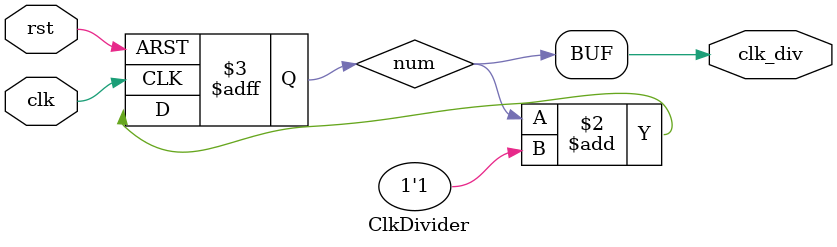
<source format=v>
module sonic_top (
    input clk,
    input rst,
    input Echo,
    output Trig,
    output [19:0] distance
);
    wire c1MHz, c8MHz;

    Clk8MHz c0 (
        .reset(rst),
        .clk  (clk),
        .c8MHz(c8MHz)
    );

    ClkDivider c1 (
        .rst    (rst),
        .clk    (clk),
        .clk_div(c1MHz)
    );

    SonicTrigger st0 (
        .rst(rst),
        .c1MHz(c1MHz),
        .trig(Trig)
    );

    PosCounter pc0 (
        .rst(rst),
        .c1MHz(c1MHz),
        .echo(Echo),
        .distance_count(distance)
    );
endmodule

module PosCounter (
    input c1MHz,
    input rst,
    input echo,
    output [19:0] distance_count
);
    localparam S0 = 2'b00;
    localparam S1 = 2'b01;
    localparam S2 = 2'b10;

    wire start, finish;
    reg [1:0] state;
    // it seems echo is not necessary
    reg echo_reg, echo_delay;
    // it seems like 19-bits is enough
    reg [19:0] count, distance_register;

    always @(posedge c1MHz, posedge rst) begin
        if (rst) begin
            echo_reg <= 0;
            echo_delay <= 0;
            count <= 0;
            distance_register  <= 0;
            state <= S0;
        end
        else begin
            echo_reg <= echo;
            echo_delay <= echo_reg;
            case(state)
                S0:begin
                    if (start) state <= S1; //S1
                    else count <= 0;
                end
                S1:begin
                    if (finish) state <= S2; //S2
                    else count <= count + 1;
                end
                S2:begin
                    distance_register <= count;
                    count <= 0;
                    state <= S0; //S0
                end
            endcase
        end
    end

    assign start = echo_reg & ~echo_delay;
    assign finish = ~echo_reg & echo_delay;

    // DONE: trace the code and calculate the distance, output it to <distance_count>
    assign distance_count = distance_register * 17 / 1000;
endmodule

module SonicTrigger (
    input  rst,
    input  c1MHz,
    output trig
);
    reg [16:0] cnt;

    always @(posedge c1MHz, posedge rst)
    if (rst)
        cnt <= 0;
    else if (cnt < 17'd100000)
        cnt <= cnt + 1;
    else
        cnt <= 0;

    assign trig = !rst && (cnt < 17'd11);
endmodule : SonicTrigger

module ClkDivider #(
    parameter n = 1
)(
    input  rst,
    input  clk,
    output clk_div
);
    reg [n - 1:0] num;

    always @(posedge clk, posedge rst)
    if (rst)
        num <= {n{1'b0}};
    else
        num <= num + 1'd1;

    assign clk_div = num[n - 1];
endmodule : ClkDivider

</source>
